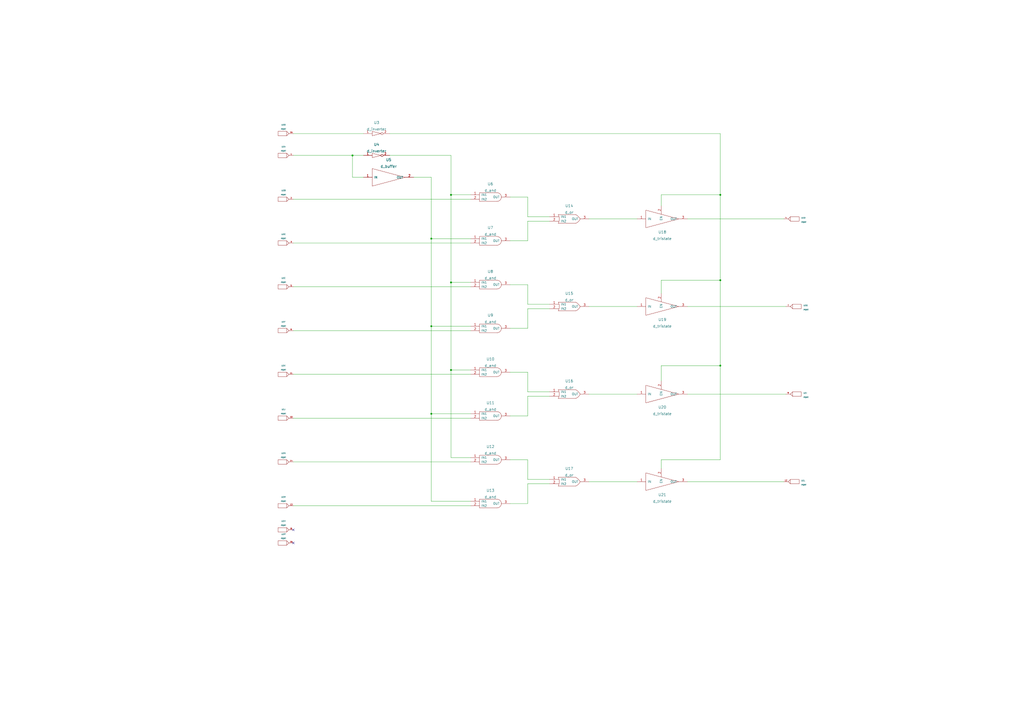
<source format=kicad_sch>
(kicad_sch (version 20211123) (generator eeschema)
  (paper "A2")
  (lib_symbols
    (symbol "eSim_Digital:d_and" (pin_names (offset 1.016))
      (property "Reference" "U" (at 0 0 0))
      (property "Value" "d_and" (at 1.27 2.54 0))
      (symbol "d_and_0_1"
        (polyline (pts (xy 3.81 -1.27) (xy -6.35 -1.27) (xy -6.35 3.81) (xy 3.81 3.81)))
        (arc (start 3.81 -1.27) (mid 5.5897 -0.5171) (end 6.35 1.27))
        (arc (start 6.35 1.27) (mid 5.5971 3.0497) (end 3.81 3.81))
      )
      (symbol "d_and_1_1"
        (pin input line (at -11.43 2.54 0) (length 5.08) (name "IN1") (number "1"))
        (pin input line (at -11.43 0 0) (length 5.08) (name "IN2") (number "2"))
        (pin output line (at 11.43 1.27 180) (length 5.08) (name "OUT") (number "3"))
      )
    )
    (symbol "eSim_Digital:d_buffer" (pin_names (offset 1.016))
      (property "Reference" "U" (at 0 -1.27 0))
      (property "Value" "d_buffer" (at 0 1.27 0))
      (symbol "d_buffer_0_1"
        (polyline (pts (xy -7.62 5.08) (xy -7.62 -5.08) (xy 11.43 0) (xy -7.62 5.08)))
      )
      (symbol "d_buffer_1_1"
        (pin input line (at -12.7 0 0) (length 5.08) (name "IN") (number "1"))
        (pin output line (at 16.51 0 180) (length 5.08) (name "OUT") (number "2"))
      )
    )
    (symbol "eSim_Digital:d_inverter" (pin_names (offset 1.016))
      (property "Reference" "U" (at 0 -2.54 0))
      (property "Value" "d_inverter" (at 0 3.81 0))
      (symbol "d_inverter_0_1"
        (polyline (pts (xy -2.54 1.27) (xy -2.54 -1.27) (xy 2.54 0) (xy -2.54 1.27)))
      )
      (symbol "d_inverter_1_1"
        (pin input line (at -7.62 0 0) (length 5.08) (name "~") (number "1"))
        (pin output inverted (at 7.62 0 180) (length 5.08) (name "~") (number "2"))
      )
    )
    (symbol "eSim_Digital:d_or" (pin_names (offset 1.016))
      (property "Reference" "U" (at 0 0 0))
      (property "Value" "d_or" (at 0 2.54 0))
      (symbol "d_or_0_1"
        (arc (start -6.35 -1.27) (mid -5.7504 1.27) (end -6.35 3.81))
        (polyline (pts (xy -6.35 -1.27) (xy 3.81 -1.27)))
        (polyline (pts (xy -6.35 3.81) (xy 3.81 3.81)))
        (arc (start 3.81 -1.27) (mid 5.3181 -0.2399) (end 6.35 1.27))
        (arc (start 6.35 1.27) (mid 5.2222 2.6828) (end 3.81 3.81))
      )
      (symbol "d_or_1_1"
        (pin input line (at -11.43 2.54 0) (length 5.461) (name "IN1") (number "1"))
        (pin input line (at -11.43 0 0) (length 5.461) (name "IN2") (number "2"))
        (pin output line (at 11.43 1.27 180) (length 5.08) (name "OUT") (number "3"))
      )
    )
    (symbol "eSim_Digital:d_tristate" (pin_names (offset 1.016))
      (property "Reference" "U" (at -6.35 6.35 0))
      (property "Value" "d_tristate" (at -5.08 11.43 0))
      (symbol "d_tristate_0_1"
        (polyline (pts (xy -10.16 13.97) (xy -10.16 3.81) (xy 8.89 8.89) (xy -10.16 13.97)))
      )
      (symbol "d_tristate_1_1"
        (pin input line (at -15.24 8.89 0) (length 5.08) (name "IN") (number "1"))
        (pin input line (at -1.27 1.27 90) (length 4.9022) (name "EN") (number "2"))
        (pin output line (at 13.97 8.89 180) (length 5.08) (name "OUT") (number "3"))
      )
    )
    (symbol "eSim_Miscellaneous:PORT" (pin_names (offset 1.016))
      (property "Reference" "U" (at 1.27 2.54 0))
      (property "Value" "PORT" (at 0 0 0))
      (symbol "PORT_0_1"
        (rectangle (start -2.54 1.27) (end 2.54 -1.27))
        (arc (start 2.54 1.27) (mid 3.1355 0.5955) (end 3.81 0))
        (arc (start 3.81 0) (mid 3.1447 -0.6046) (end 2.54 -1.27))
      )
      (symbol "PORT_1_1"
        (pin bidirectional line (at 6.35 0 180) (length 2.54) (name "~") (number "1"))
      )
      (symbol "PORT_2_1"
        (pin bidirectional line (at 6.35 0 180) (length 2.54) (name "~") (number "2"))
      )
      (symbol "PORT_3_1"
        (pin bidirectional line (at 6.35 0 180) (length 2.54) (name "~") (number "3"))
      )
      (symbol "PORT_4_1"
        (pin bidirectional line (at 6.35 0 180) (length 2.54) (name "~") (number "4"))
      )
      (symbol "PORT_5_1"
        (pin bidirectional line (at 6.35 0 180) (length 2.54) (name "~") (number "5"))
      )
      (symbol "PORT_6_1"
        (pin bidirectional line (at 6.35 0 180) (length 2.54) (name "~") (number "6"))
      )
      (symbol "PORT_7_1"
        (pin bidirectional line (at 6.35 0 180) (length 2.54) (name "~") (number "7"))
      )
      (symbol "PORT_8_1"
        (pin bidirectional line (at 6.35 0 180) (length 2.54) (name "~") (number "8"))
      )
      (symbol "PORT_9_1"
        (pin bidirectional line (at 6.35 0 180) (length 2.54) (name "~") (number "9"))
      )
      (symbol "PORT_10_1"
        (pin bidirectional line (at 6.35 0 180) (length 2.54) (name "~") (number "10"))
      )
      (symbol "PORT_11_1"
        (pin bidirectional line (at 6.35 0 180) (length 2.54) (name "~") (number "11"))
      )
      (symbol "PORT_12_1"
        (pin bidirectional line (at 6.35 0 180) (length 2.54) (name "~") (number "12"))
      )
      (symbol "PORT_13_1"
        (pin bidirectional line (at 6.35 0 180) (length 2.54) (name "~") (number "13"))
      )
      (symbol "PORT_14_1"
        (pin bidirectional line (at 6.35 0 180) (length 2.54) (name "~") (number "14"))
      )
      (symbol "PORT_15_1"
        (pin bidirectional line (at 6.35 0 180) (length 2.54) (name "~") (number "15"))
      )
      (symbol "PORT_16_1"
        (pin bidirectional line (at 6.35 0 180) (length 2.54) (name "~") (number "16"))
      )
      (symbol "PORT_17_1"
        (pin bidirectional line (at 6.35 0 180) (length 2.54) (name "~") (number "17"))
      )
      (symbol "PORT_18_1"
        (pin bidirectional line (at 6.35 0 180) (length 2.54) (name "~") (number "18"))
      )
      (symbol "PORT_19_1"
        (pin bidirectional line (at 6.35 0 180) (length 2.54) (name "~") (number "19"))
      )
      (symbol "PORT_20_1"
        (pin bidirectional line (at 6.35 0 180) (length 2.54) (name "~") (number "20"))
      )
      (symbol "PORT_21_1"
        (pin bidirectional line (at 6.35 0 180) (length 2.54) (name "~") (number "21"))
      )
      (symbol "PORT_22_1"
        (pin bidirectional line (at 6.35 0 180) (length 2.54) (name "~") (number "22"))
      )
      (symbol "PORT_23_1"
        (pin bidirectional line (at 6.35 0 180) (length 2.54) (name "~") (number "23"))
      )
      (symbol "PORT_24_1"
        (pin bidirectional line (at 6.35 0 180) (length 2.54) (name "~") (number "24"))
      )
      (symbol "PORT_25_1"
        (pin bidirectional line (at 6.35 0 180) (length 2.54) (name "~") (number "25"))
      )
      (symbol "PORT_26_1"
        (pin bidirectional line (at 6.35 0 180) (length 2.54) (name "~") (number "26"))
      )
    )
  )
  (junction (at 417.83 113.03))
  (junction (at 250.19 240.03))
  (junction (at 261.62 113.03))
  (junction (at 204.47 90.17))
  (junction (at 261.62 163.83))
  (junction (at 261.62 214.63))
  (junction (at 250.19 189.23))
  (junction (at 417.83 162.56))
  (junction (at 250.19 138.43))
  (junction (at 417.83 212.09))
  (no_connect (at 170.18 314.96))
  (no_connect (at 170.18 307.34))
  (wire (pts (xy 295.91 266.7) (xy 306.07 266.7)))
  (wire (pts (xy 398.78 279.4) (xy 454.66 279.4)))
  (wire (pts (xy 306.07 292.1) (xy 306.07 280.67)))
  (wire (pts (xy 261.62 214.63) (xy 273.05 214.63)))
  (wire (pts (xy 383.54 220.98) (xy 383.54 212.09)))
  (wire (pts (xy 341.63 177.8) (xy 369.57 177.8)))
  (wire (pts (xy 250.19 290.83) (xy 273.05 290.83)))
  (wire (pts (xy 306.07 229.87) (xy 318.77 229.87)))
  (wire (pts (xy 306.07 266.7) (xy 306.07 278.13)))
  (wire (pts (xy 170.18 293.37) (xy 273.05 293.37)))
  (wire (pts (xy 398.78 127) (xy 454.66 127)))
  (wire (pts (xy 210.82 102.87) (xy 204.47 102.87)))
  (wire (pts (xy 306.07 179.07) (xy 318.77 179.07)))
  (wire (pts (xy 383.54 119.38) (xy 383.54 113.03)))
  (wire (pts (xy 306.07 190.5) (xy 306.07 179.07)))
  (wire (pts (xy 261.62 90.17) (xy 261.62 113.03)))
  (wire (pts (xy 170.18 115.57) (xy 273.05 115.57)))
  (wire (pts (xy 250.19 189.23) (xy 250.19 240.03)))
  (wire (pts (xy 261.62 265.43) (xy 273.05 265.43)))
  (wire (pts (xy 261.62 214.63) (xy 261.62 265.43)))
  (wire (pts (xy 383.54 212.09) (xy 417.83 212.09)))
  (wire (pts (xy 383.54 271.78) (xy 383.54 266.7)))
  (wire (pts (xy 306.07 125.73) (xy 318.77 125.73)))
  (wire (pts (xy 398.78 228.6) (xy 455.93 228.6)))
  (wire (pts (xy 170.18 90.17) (xy 204.47 90.17)))
  (wire (pts (xy 250.19 240.03) (xy 273.05 240.03)))
  (wire (pts (xy 170.18 217.17) (xy 273.05 217.17)))
  (wire (pts (xy 261.62 113.03) (xy 273.05 113.03)))
  (wire (pts (xy 295.91 215.9) (xy 306.07 215.9)))
  (wire (pts (xy 383.54 113.03) (xy 417.83 113.03)))
  (wire (pts (xy 306.07 114.3) (xy 306.07 125.73)))
  (wire (pts (xy 383.54 162.56) (xy 417.83 162.56)))
  (wire (pts (xy 250.19 138.43) (xy 273.05 138.43)))
  (wire (pts (xy 383.54 170.18) (xy 383.54 162.56)))
  (wire (pts (xy 170.18 242.57) (xy 273.05 242.57)))
  (wire (pts (xy 417.83 162.56) (xy 417.83 113.03)))
  (wire (pts (xy 250.19 240.03) (xy 250.19 290.83)))
  (wire (pts (xy 261.62 163.83) (xy 273.05 163.83)))
  (wire (pts (xy 295.91 241.3) (xy 306.07 241.3)))
  (wire (pts (xy 295.91 139.7) (xy 306.07 139.7)))
  (wire (pts (xy 261.62 113.03) (xy 261.62 163.83)))
  (wire (pts (xy 170.18 77.47) (xy 210.82 77.47)))
  (wire (pts (xy 306.07 139.7) (xy 306.07 128.27)))
  (wire (pts (xy 383.54 266.7) (xy 417.83 266.7)))
  (wire (pts (xy 306.07 227.33) (xy 318.77 227.33)))
  (wire (pts (xy 417.83 266.7) (xy 417.83 212.09)))
  (wire (pts (xy 226.06 90.17) (xy 261.62 90.17)))
  (wire (pts (xy 250.19 102.87) (xy 250.19 138.43)))
  (wire (pts (xy 306.07 165.1) (xy 306.07 176.53)))
  (wire (pts (xy 295.91 292.1) (xy 306.07 292.1)))
  (wire (pts (xy 170.18 267.97) (xy 273.05 267.97)))
  (wire (pts (xy 417.83 77.47) (xy 226.06 77.47)))
  (wire (pts (xy 170.18 166.37) (xy 273.05 166.37)))
  (wire (pts (xy 417.83 212.09) (xy 417.83 162.56)))
  (wire (pts (xy 261.62 163.83) (xy 261.62 214.63)))
  (wire (pts (xy 306.07 280.67) (xy 318.77 280.67)))
  (wire (pts (xy 170.18 140.97) (xy 273.05 140.97)))
  (wire (pts (xy 295.91 114.3) (xy 306.07 114.3)))
  (wire (pts (xy 306.07 176.53) (xy 318.77 176.53)))
  (wire (pts (xy 240.03 102.87) (xy 250.19 102.87)))
  (wire (pts (xy 398.78 177.8) (xy 455.93 177.8)))
  (wire (pts (xy 250.19 138.43) (xy 250.19 189.23)))
  (wire (pts (xy 295.91 190.5) (xy 306.07 190.5)))
  (wire (pts (xy 170.18 191.77) (xy 273.05 191.77)))
  (wire (pts (xy 295.91 165.1) (xy 306.07 165.1)))
  (wire (pts (xy 204.47 90.17) (xy 210.82 90.17)))
  (wire (pts (xy 250.19 189.23) (xy 273.05 189.23)))
  (wire (pts (xy 204.47 102.87) (xy 204.47 90.17)))
  (wire (pts (xy 306.07 215.9) (xy 306.07 227.33)))
  (wire (pts (xy 306.07 278.13) (xy 318.77 278.13)))
  (wire (pts (xy 306.07 241.3) (xy 306.07 229.87)))
  (wire (pts (xy 341.63 228.6) (xy 369.57 228.6)))
  (wire (pts (xy 306.07 128.27) (xy 318.77 128.27)))
  (wire (pts (xy 341.63 279.4) (xy 369.57 279.4)))
  (wire (pts (xy 417.83 113.03) (xy 417.83 77.47)))
  (wire (pts (xy 341.63 127) (xy 369.57 127)))
  (symbol (lib_id "eSim_Miscellaneous:PORT") (at 163.83 191.77 0) (unit 6)
    (property "Reference" "U1" (at 164.465 186.69 0) (effects (font (size 0.762 0.762))))
    (property "Value" "PORT" (at 164.465 189.23 0) (effects (font (size 0.762 0.762))))
  )
  (symbol (lib_id "eSim_Digital:d_inverter") (at 218.44 77.47 0) (unit 1)
    (property "Reference" "U3" (at 218.44 71.12 0) (effects (font (size 1.524 1.524))))
    (property "Value" "d_inverter" (at 218.44 74.93 0) (effects (font (size 1.524 1.524))))
  )
  (symbol (lib_id "eSim_Miscellaneous:PORT") (at 163.83 314.96 0) (unit 16)
    (property "Reference" "U1" (at 164.465 309.88 0) (effects (font (size 0.762 0.762))))
    (property "Value" "PORT" (at 164.465 312.42 0) (effects (font (size 0.762 0.762))))
  )
  (symbol (lib_id "eSim_Miscellaneous:PORT") (at 163.83 140.97 0) (unit 3)
    (property "Reference" "U1" (at 164.465 135.89 0) (effects (font (size 0.762 0.762))))
    (property "Value" "PORT" (at 164.465 138.43 0) (effects (font (size 0.762 0.762))))
  )
  (symbol (lib_id "eSim_Digital:d_and") (at 284.48 140.97 0) (unit 1)
    (property "Reference" "U7" (at 284.48 132.08 0) (effects (font (size 1.524 1.524))))
    (property "Value" "d_and" (at 284.48 135.89 0) (effects (font (size 1.524 1.524))))
  )
  (symbol (lib_id "eSim_Digital:d_inverter") (at 218.44 90.17 0) (unit 1)
    (property "Reference" "U4" (at 218.44 83.82 0) (effects (font (size 1.524 1.524))))
    (property "Value" "d_inverter" (at 218.44 87.63 0) (effects (font (size 1.524 1.524))))
  )
  (symbol (lib_id "eSim_Digital:d_and") (at 284.48 267.97 0) (unit 1)
    (property "Reference" "U12" (at 284.48 259.08 0) (effects (font (size 1.524 1.524))))
    (property "Value" "d_and" (at 284.48 262.89 0) (effects (font (size 1.524 1.524))))
  )
  (symbol (lib_id "eSim_Miscellaneous:PORT") (at 461.01 127 180) (unit 4)
    (property "Reference" "U1" (at 464.82 126.365 0) (effects (font (size 0.762 0.762)) (justify right)))
    (property "Value" "PORT" (at 464.82 128.905 0) (effects (font (size 0.762 0.762)) (justify right)))
  )
  (symbol (lib_id "eSim_Digital:d_and") (at 284.48 115.57 0) (unit 1)
    (property "Reference" "U6" (at 284.48 106.68 0) (effects (font (size 1.524 1.524))))
    (property "Value" "d_and" (at 284.48 110.49 0) (effects (font (size 1.524 1.524))))
  )
  (symbol (lib_id "eSim_Digital:d_and") (at 284.48 217.17 0) (unit 1)
    (property "Reference" "U10" (at 284.48 208.28 0) (effects (font (size 1.524 1.524))))
    (property "Value" "d_and" (at 284.48 212.09 0) (effects (font (size 1.524 1.524))))
  )
  (symbol (lib_id "eSim_Digital:d_tristate") (at 384.81 118.11 0) (mirror x) (unit 1)
    (property "Reference" "U18" (at 384.175 134.62 0) (effects (font (size 1.524 1.524))))
    (property "Value" "d_tristate" (at 384.175 138.43 0) (effects (font (size 1.524 1.524))))
  )
  (symbol (lib_id "eSim_Miscellaneous:PORT") (at 163.83 267.97 0) (unit 14)
    (property "Reference" "U1" (at 164.465 262.89 0) (effects (font (size 0.762 0.762))))
    (property "Value" "PORT" (at 164.465 265.43 0) (effects (font (size 0.762 0.762))))
  )
  (symbol (lib_id "eSim_Digital:d_or") (at 330.2 280.67 0) (unit 1)
    (property "Reference" "U17" (at 330.2 271.78 0) (effects (font (size 1.524 1.524))))
    (property "Value" "d_or" (at 330.2 275.59 0) (effects (font (size 1.524 1.524))))
  )
  (symbol (lib_id "eSim_Miscellaneous:PORT") (at 462.28 177.8 180) (unit 7)
    (property "Reference" "U1" (at 466.09 177.165 0) (effects (font (size 0.762 0.762)) (justify right)))
    (property "Value" "PORT" (at 466.09 179.705 0) (effects (font (size 0.762 0.762)) (justify right)))
  )
  (symbol (lib_id "eSim_Digital:d_and") (at 284.48 293.37 0) (unit 1)
    (property "Reference" "U13" (at 284.48 284.48 0) (effects (font (size 1.524 1.524))))
    (property "Value" "d_and" (at 284.48 288.29 0) (effects (font (size 1.524 1.524))))
  )
  (symbol (lib_id "eSim_Miscellaneous:PORT") (at 163.83 115.57 0) (unit 2)
    (property "Reference" "U1" (at 164.465 110.49 0) (effects (font (size 0.762 0.762))))
    (property "Value" "PORT" (at 164.465 113.03 0) (effects (font (size 0.762 0.762))))
  )
  (symbol (lib_id "eSim_Digital:d_or") (at 330.2 128.27 0) (unit 1)
    (property "Reference" "U14" (at 330.2 119.38 0) (effects (font (size 1.524 1.524))))
    (property "Value" "d_or" (at 330.2 123.19 0) (effects (font (size 1.524 1.524))))
  )
  (symbol (lib_id "eSim_Digital:d_buffer") (at 223.52 102.87 0) (unit 1)
    (property "Reference" "U5" (at 225.425 92.71 0) (effects (font (size 1.524 1.524))))
    (property "Value" "d_buffer" (at 225.425 96.52 0) (effects (font (size 1.524 1.524))))
  )
  (symbol (lib_id "eSim_Digital:d_or") (at 330.2 229.87 0) (unit 1)
    (property "Reference" "U16" (at 330.2 220.98 0) (effects (font (size 1.524 1.524))))
    (property "Value" "d_or" (at 330.2 224.79 0) (effects (font (size 1.524 1.524))))
  )
  (symbol (lib_id "eSim_Miscellaneous:PORT") (at 163.83 307.34 0) (unit 8)
    (property "Reference" "U1" (at 164.465 302.26 0) (effects (font (size 0.762 0.762))))
    (property "Value" "PORT" (at 164.465 304.8 0) (effects (font (size 0.762 0.762))))
  )
  (symbol (lib_id "eSim_Miscellaneous:PORT") (at 461.01 279.4 180) (unit 12)
    (property "Reference" "U1" (at 464.82 278.765 0) (effects (font (size 0.762 0.762)) (justify right)))
    (property "Value" "PORT" (at 464.82 281.305 0) (effects (font (size 0.762 0.762)) (justify right)))
  )
  (symbol (lib_id "eSim_Digital:d_tristate") (at 384.81 270.51 0) (mirror x) (unit 1)
    (property "Reference" "U21" (at 384.175 287.02 0) (effects (font (size 1.524 1.524))))
    (property "Value" "d_tristate" (at 384.175 290.83 0) (effects (font (size 1.524 1.524))))
  )
  (symbol (lib_id "eSim_Digital:d_and") (at 284.48 242.57 0) (unit 1)
    (property "Reference" "U11" (at 284.48 233.68 0) (effects (font (size 1.524 1.524))))
    (property "Value" "d_and" (at 284.48 237.49 0) (effects (font (size 1.524 1.524))))
  )
  (symbol (lib_id "eSim_Digital:d_and") (at 284.48 191.77 0) (unit 1)
    (property "Reference" "U9" (at 284.48 182.88 0) (effects (font (size 1.524 1.524))))
    (property "Value" "d_and" (at 284.48 186.69 0) (effects (font (size 1.524 1.524))))
  )
  (symbol (lib_id "eSim_Miscellaneous:PORT") (at 462.28 228.6 180) (unit 9)
    (property "Reference" "U1" (at 466.09 227.965 0) (effects (font (size 0.762 0.762)) (justify right)))
    (property "Value" "PORT" (at 466.09 230.505 0) (effects (font (size 0.762 0.762)) (justify right)))
  )
  (symbol (lib_id "eSim_Miscellaneous:PORT") (at 163.83 217.17 0) (unit 11)
    (property "Reference" "U1" (at 164.465 212.09 0) (effects (font (size 0.762 0.762))))
    (property "Value" "PORT" (at 164.465 214.63 0) (effects (font (size 0.762 0.762))))
  )
  (symbol (lib_id "eSim_Digital:d_tristate") (at 384.81 219.71 0) (mirror x) (unit 1)
    (property "Reference" "U20" (at 384.175 236.22 0) (effects (font (size 1.524 1.524))))
    (property "Value" "d_tristate" (at 384.175 240.03 0) (effects (font (size 1.524 1.524))))
  )
  (symbol (lib_id "eSim_Digital:d_or") (at 330.2 179.07 0) (unit 1)
    (property "Reference" "U15" (at 330.2 170.18 0) (effects (font (size 1.524 1.524))))
    (property "Value" "d_or" (at 330.2 173.99 0) (effects (font (size 1.524 1.524))))
  )
  (symbol (lib_id "eSim_Miscellaneous:PORT") (at 163.83 242.57 0) (unit 10)
    (property "Reference" "U1" (at 164.465 237.49 0) (effects (font (size 0.762 0.762))))
    (property "Value" "PORT" (at 164.465 240.03 0) (effects (font (size 0.762 0.762))))
  )
  (symbol (lib_id "eSim_Miscellaneous:PORT") (at 163.83 293.37 0) (unit 13)
    (property "Reference" "U1" (at 164.465 288.29 0) (effects (font (size 0.762 0.762))))
    (property "Value" "PORT" (at 164.465 290.83 0) (effects (font (size 0.762 0.762))))
  )
  (symbol (lib_id "eSim_Miscellaneous:PORT") (at 163.83 77.47 0) (unit 15)
    (property "Reference" "U1" (at 164.465 72.39 0) (effects (font (size 0.762 0.762))))
    (property "Value" "PORT" (at 164.465 74.93 0) (effects (font (size 0.762 0.762))))
  )
  (symbol (lib_id "eSim_Digital:d_tristate") (at 384.81 168.91 0) (mirror x) (unit 1)
    (property "Reference" "U19" (at 384.175 185.42 0) (effects (font (size 1.524 1.524))))
    (property "Value" "d_tristate" (at 384.175 189.23 0) (effects (font (size 1.524 1.524))))
  )
  (symbol (lib_id "eSim_Miscellaneous:PORT") (at 163.83 166.37 0) (unit 5)
    (property "Reference" "U1" (at 164.465 161.29 0) (effects (font (size 0.762 0.762))))
    (property "Value" "PORT" (at 164.465 163.83 0) (effects (font (size 0.762 0.762))))
  )
  (symbol (lib_id "eSim_Miscellaneous:PORT") (at 163.83 90.17 0) (unit 1)
    (property "Reference" "U1" (at 164.465 85.09 0) (effects (font (size 0.762 0.762))))
    (property "Value" "PORT" (at 164.465 87.63 0) (effects (font (size 0.762 0.762))))
  )
  (symbol (lib_id "eSim_Digital:d_and") (at 284.48 166.37 0) (unit 1)
    (property "Reference" "U8" (at 284.48 157.48 0) (effects (font (size 1.524 1.524))))
    (property "Value" "d_and" (at 284.48 161.29 0) (effects (font (size 1.524 1.524))))
  )
)
</source>
